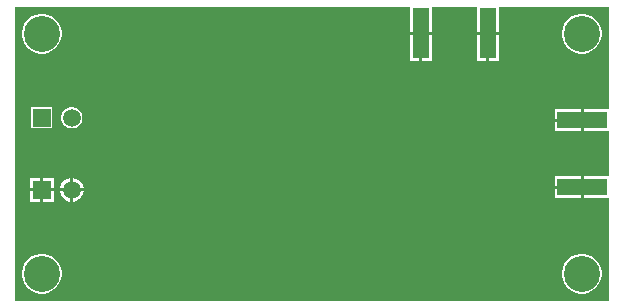
<source format=gbr>
%TF.GenerationSoftware,Altium Limited,Altium Designer,22.5.1 (42)*%
G04 Layer_Physical_Order=2*
G04 Layer_Color=16711680*
%FSLAX26Y26*%
%MOIN*%
%TF.SameCoordinates,B04901F9-BF46-49F9-850C-5E78856F6392*%
%TF.FilePolarity,Positive*%
%TF.FileFunction,Copper,L2,Bot,Signal*%
%TF.Part,Single*%
G01*
G75*
%TA.AperFunction,ConnectorPad*%
%ADD11R,0.165354X0.053150*%
%TA.AperFunction,SMDPad,CuDef*%
%ADD12R,0.053150X0.165354*%
%TA.AperFunction,ComponentPad*%
%ADD21C,0.059055*%
%ADD22R,0.059055X0.059055*%
%TA.AperFunction,WasherPad*%
%ADD23C,0.120000*%
%TA.AperFunction,ViaPad*%
%ADD24C,0.020000*%
G36*
X2989805Y1647795D02*
X2907126D01*
Y1611220D01*
Y1574646D01*
X2989805D01*
Y1425354D01*
X2907126D01*
Y1388780D01*
Y1352205D01*
X2989805D01*
Y1010195D01*
X1010195D01*
Y1989805D01*
X2327205D01*
Y1907126D01*
X2363780D01*
X2400354D01*
Y1989805D01*
X2549646D01*
Y1907126D01*
X2586220D01*
X2622795D01*
Y1989805D01*
X2989805D01*
Y1647795D01*
D02*
G37*
%LPC*%
G36*
X2906500Y1966000D02*
X2893500D01*
X2880749Y1963464D01*
X2868737Y1958488D01*
X2857927Y1951265D01*
X2848735Y1942072D01*
X2841512Y1931263D01*
X2836536Y1919252D01*
X2834000Y1906500D01*
Y1893500D01*
X2836536Y1880748D01*
X2841512Y1868737D01*
X2848735Y1857928D01*
X2857927Y1848735D01*
X2868737Y1841512D01*
X2880749Y1836536D01*
X2893500Y1834000D01*
X2906500D01*
X2919251Y1836536D01*
X2931263Y1841512D01*
X2942073Y1848735D01*
X2951265Y1857928D01*
X2958488Y1868737D01*
X2963464Y1880748D01*
X2966000Y1893500D01*
Y1906500D01*
X2963464Y1919252D01*
X2958488Y1931263D01*
X2951265Y1942072D01*
X2942073Y1951265D01*
X2931263Y1958488D01*
X2919251Y1963464D01*
X2906500Y1966000D01*
D02*
G37*
G36*
X1106500D02*
X1093500D01*
X1080748Y1963464D01*
X1068737Y1958488D01*
X1057928Y1951265D01*
X1048735Y1942072D01*
X1041512Y1931263D01*
X1036536Y1919252D01*
X1034000Y1906500D01*
Y1893500D01*
X1036536Y1880748D01*
X1041512Y1868737D01*
X1048735Y1857928D01*
X1057928Y1848735D01*
X1068737Y1841512D01*
X1080748Y1836536D01*
X1093500Y1834000D01*
X1106500D01*
X1119252Y1836536D01*
X1131263Y1841512D01*
X1142072Y1848735D01*
X1151265Y1857928D01*
X1158488Y1868737D01*
X1163464Y1880748D01*
X1166000Y1893500D01*
Y1906500D01*
X1163464Y1919252D01*
X1158488Y1931263D01*
X1151265Y1942072D01*
X1142072Y1951265D01*
X1131263Y1958488D01*
X1119252Y1963464D01*
X1106500Y1966000D01*
D02*
G37*
G36*
X2622795Y1897126D02*
X2591220D01*
Y1809449D01*
X2622795D01*
Y1897126D01*
D02*
G37*
G36*
X2581220D02*
X2549646D01*
Y1809449D01*
X2581220D01*
Y1897126D01*
D02*
G37*
G36*
X2400354D02*
X2368780D01*
Y1809449D01*
X2400354D01*
Y1897126D01*
D02*
G37*
G36*
X2358780D02*
X2327205D01*
Y1809449D01*
X2358780D01*
Y1897126D01*
D02*
G37*
G36*
X2897126Y1647795D02*
X2809449D01*
Y1616220D01*
X2897126D01*
Y1647795D01*
D02*
G37*
G36*
X1204677Y1655527D02*
X1195323D01*
X1186287Y1653106D01*
X1178186Y1648429D01*
X1171571Y1641814D01*
X1166894Y1633713D01*
X1164473Y1624677D01*
Y1615323D01*
X1166894Y1606287D01*
X1171571Y1598186D01*
X1178186Y1591571D01*
X1186287Y1586894D01*
X1195323Y1584473D01*
X1204677D01*
X1213713Y1586894D01*
X1221814Y1591571D01*
X1228429Y1598186D01*
X1233106Y1606287D01*
X1235527Y1615323D01*
Y1624677D01*
X1233106Y1633713D01*
X1228429Y1641814D01*
X1221814Y1648429D01*
X1213713Y1653106D01*
X1204677Y1655527D01*
D02*
G37*
G36*
X1135527D02*
X1064473D01*
Y1584473D01*
X1135527D01*
Y1655527D01*
D02*
G37*
G36*
X2897126Y1606220D02*
X2809449D01*
Y1574646D01*
X2897126D01*
Y1606220D01*
D02*
G37*
G36*
Y1425354D02*
X2809449D01*
Y1393780D01*
X2897126D01*
Y1425354D01*
D02*
G37*
G36*
X1205204Y1419527D02*
X1205000D01*
Y1385000D01*
X1239527D01*
Y1385204D01*
X1236834Y1395257D01*
X1231630Y1404271D01*
X1224271Y1411630D01*
X1215257Y1416834D01*
X1205204Y1419527D01*
D02*
G37*
G36*
X1195000D02*
X1194796D01*
X1184743Y1416834D01*
X1175729Y1411630D01*
X1168370Y1404271D01*
X1163166Y1395257D01*
X1160473Y1385204D01*
Y1385000D01*
X1195000D01*
Y1419527D01*
D02*
G37*
G36*
X1139527D02*
X1105000D01*
Y1385000D01*
X1139527D01*
Y1419527D01*
D02*
G37*
G36*
X1095000D02*
X1060473D01*
Y1385000D01*
X1095000D01*
Y1419527D01*
D02*
G37*
G36*
X2897126Y1383780D02*
X2809449D01*
Y1352205D01*
X2897126D01*
Y1383780D01*
D02*
G37*
G36*
X1239527Y1375000D02*
X1205000D01*
Y1340473D01*
X1205204D01*
X1215257Y1343166D01*
X1224271Y1348370D01*
X1231630Y1355729D01*
X1236834Y1364743D01*
X1239527Y1374796D01*
Y1375000D01*
D02*
G37*
G36*
X1195000D02*
X1160473D01*
Y1374796D01*
X1163166Y1364743D01*
X1168370Y1355729D01*
X1175729Y1348370D01*
X1184743Y1343166D01*
X1194796Y1340473D01*
X1195000D01*
Y1375000D01*
D02*
G37*
G36*
X1139527D02*
X1105000D01*
Y1340473D01*
X1139527D01*
Y1375000D01*
D02*
G37*
G36*
X1095000D02*
X1060473D01*
Y1340473D01*
X1095000D01*
Y1375000D01*
D02*
G37*
G36*
X2906500Y1166000D02*
X2893500D01*
X2880749Y1163464D01*
X2868737Y1158488D01*
X2857927Y1151265D01*
X2848735Y1142072D01*
X2841512Y1131263D01*
X2836536Y1119252D01*
X2834000Y1106500D01*
Y1093500D01*
X2836536Y1080748D01*
X2841512Y1068737D01*
X2848735Y1057928D01*
X2857927Y1048735D01*
X2868737Y1041512D01*
X2880749Y1036536D01*
X2893500Y1034000D01*
X2906500D01*
X2919251Y1036536D01*
X2931263Y1041512D01*
X2942073Y1048735D01*
X2951265Y1057928D01*
X2958488Y1068737D01*
X2963464Y1080748D01*
X2966000Y1093500D01*
Y1106500D01*
X2963464Y1119252D01*
X2958488Y1131263D01*
X2951265Y1142072D01*
X2942073Y1151265D01*
X2931263Y1158488D01*
X2919251Y1163464D01*
X2906500Y1166000D01*
D02*
G37*
G36*
X1106500D02*
X1093500D01*
X1080748Y1163464D01*
X1068737Y1158488D01*
X1057928Y1151265D01*
X1048735Y1142072D01*
X1041512Y1131263D01*
X1036536Y1119252D01*
X1034000Y1106500D01*
Y1093500D01*
X1036536Y1080748D01*
X1041512Y1068737D01*
X1048735Y1057928D01*
X1057928Y1048735D01*
X1068737Y1041512D01*
X1080748Y1036536D01*
X1093500Y1034000D01*
X1106500D01*
X1119252Y1036536D01*
X1131263Y1041512D01*
X1142072Y1048735D01*
X1151265Y1057928D01*
X1158488Y1068737D01*
X1163464Y1080748D01*
X1166000Y1093500D01*
Y1106500D01*
X1163464Y1119252D01*
X1158488Y1131263D01*
X1151265Y1142072D01*
X1142072Y1151265D01*
X1131263Y1158488D01*
X1119252Y1163464D01*
X1106500Y1166000D01*
D02*
G37*
%LPD*%
D11*
X2902126Y1388780D02*
D03*
Y1611220D02*
D03*
D12*
X2363780Y1902126D02*
D03*
X2586220D02*
D03*
D21*
X1200000Y1380000D02*
D03*
Y1620000D02*
D03*
D22*
X1100000Y1380000D02*
D03*
Y1620000D02*
D03*
D23*
Y1900000D02*
D03*
Y1100000D02*
D03*
X2900000D02*
D03*
Y1900000D02*
D03*
D24*
X2511605Y1690334D02*
D03*
Y1810334D02*
D03*
Y1770334D02*
D03*
Y1650334D02*
D03*
Y1730334D02*
D03*
X2519171Y1849612D02*
D03*
Y1889612D02*
D03*
X2510392Y1610353D02*
D03*
X2437175Y1738802D02*
D03*
Y1698802D02*
D03*
Y1778802D02*
D03*
Y1818802D02*
D03*
X2300000Y1860000D02*
D03*
Y1910000D02*
D03*
Y1960000D02*
D03*
X2645000Y1855000D02*
D03*
Y1910000D02*
D03*
Y1965000D02*
D03*
X2320000Y1585000D02*
D03*
Y1625000D02*
D03*
Y1665000D02*
D03*
X2360000Y1695000D02*
D03*
X2400000D02*
D03*
X2428388Y1977825D02*
D03*
Y1937825D02*
D03*
Y1897825D02*
D03*
Y1857825D02*
D03*
X2410000Y1565000D02*
D03*
X2455000D02*
D03*
X2519171Y1929612D02*
D03*
Y1969612D02*
D03*
X2425000Y1520000D02*
D03*
X2435000Y1450000D02*
D03*
X2489583Y1452608D02*
D03*
X2528266Y1462785D02*
D03*
X2568266D02*
D03*
X2608266D02*
D03*
X2648266D02*
D03*
X2688266D02*
D03*
X2728266D02*
D03*
X2768266D02*
D03*
X2808266D02*
D03*
X2847422Y1454608D02*
D03*
X2887422D02*
D03*
X2927422D02*
D03*
X2967422D02*
D03*
X2974190Y1545392D02*
D03*
X2934190D02*
D03*
X2894190D02*
D03*
X2854190D02*
D03*
X2815034Y1537215D02*
D03*
X2775034D02*
D03*
X2735034D02*
D03*
X2695034D02*
D03*
X2655034D02*
D03*
X2615034D02*
D03*
X2575034D02*
D03*
X2535034D02*
D03*
X2497804Y1551840D02*
D03*
X2324407Y1539995D02*
D03*
X2284407D02*
D03*
X2244407D02*
D03*
X2204407D02*
D03*
X2164469Y1542215D02*
D03*
X2124479Y1543108D02*
D03*
X2138945Y1467785D02*
D03*
X2218668Y1465564D02*
D03*
X2258668D02*
D03*
X2298668D02*
D03*
X2338668D02*
D03*
X2376512Y1452608D02*
D03*
X2425000Y1490000D02*
D03*
X2370000Y1565000D02*
D03*
X2011312Y1542215D02*
D03*
X1971312Y1542215D02*
D03*
X1931312D02*
D03*
X1891322Y1543108D02*
D03*
X1877408Y1471222D02*
D03*
X1917173Y1466892D02*
D03*
X2037133Y1467785D02*
D03*
X2085000Y1460000D02*
D03*
X2080993Y1541556D02*
D03*
X1517502Y1528973D02*
D03*
X1515325Y1489033D02*
D03*
X1567142Y1539074D02*
D03*
X1581568Y1561061D02*
D03*
X1843933Y1465344D02*
D03*
X1856668Y1543108D02*
D03*
X1816807Y1539774D02*
D03*
X1776807D02*
D03*
X1736807D02*
D03*
X1696807D02*
D03*
X1657551Y1583431D02*
D03*
X1721892Y1462042D02*
D03*
X1722785Y1422052D02*
D03*
X1721892Y1382062D02*
D03*
X1798108Y1457931D02*
D03*
X1551892Y1334779D02*
D03*
X1552785Y1294789D02*
D03*
X1551892Y1254799D02*
D03*
X1628108Y1255392D02*
D03*
X1627215Y1295382D02*
D03*
X1628108Y1335372D02*
D03*
X1640000Y1155000D02*
D03*
X1590000D02*
D03*
X1540000Y1160000D02*
D03*
X1640000Y1205000D02*
D03*
X1540000D02*
D03*
X1690000Y1225000D02*
D03*
X1670000Y1265000D02*
D03*
X1725000D02*
D03*
X1465000Y1340000D02*
D03*
X1535000Y1380000D02*
D03*
X1755000Y1225000D02*
D03*
X1785000Y1265000D02*
D03*
X1820000Y1325000D02*
D03*
X1990000Y1395000D02*
D03*
X2185000D02*
D03*
X2050000Y1420000D02*
D03*
X2125000Y1415000D02*
D03*
X1790000Y1715000D02*
D03*
Y1675000D02*
D03*
X1845000D02*
D03*
Y1715000D02*
D03*
X1935000Y1440000D02*
D03*
X2770000Y1355000D02*
D03*
Y1415000D02*
D03*
X2775000Y1600000D02*
D03*
Y1640000D02*
D03*
X2840000Y1680000D02*
D03*
X2900000D02*
D03*
X2960000D02*
D03*
X2835000Y1325000D02*
D03*
X2895000D02*
D03*
X2960000D02*
D03*
X2310000Y1430000D02*
D03*
%TF.MD5,bcb8f0f0d19537efd74ae6f9880af053*%
M02*

</source>
